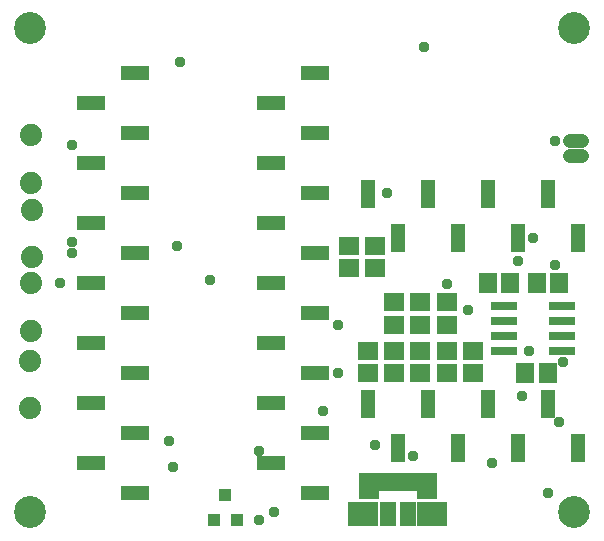
<source format=gbr>
G04 EAGLE Gerber RS-274X export*
G75*
%MOMM*%
%FSLAX34Y34*%
%LPD*%
%INSoldermask Bottom*%
%IPPOS*%
%AMOC8*
5,1,8,0,0,1.08239X$1,22.5*%
G01*
%ADD10C,2.703200*%
%ADD11C,1.879600*%
%ADD12C,1.211200*%
%ADD13R,1.219200X2.488200*%
%ADD14R,0.653200X1.583200*%
%ADD15R,1.678200X2.303200*%
%ADD16R,2.578200X2.103200*%
%ADD17R,1.378200X2.103200*%
%ADD18R,1.003200X1.103200*%
%ADD19R,2.488200X1.219200*%
%ADD20R,1.703200X1.503200*%
%ADD21R,2.184400X0.762000*%
%ADD22R,1.503200X1.703200*%
%ADD23C,0.959600*%


D10*
X0Y0D03*
X0Y-409575D03*
X460375Y-409575D03*
X460375Y0D03*
D11*
X575Y-90525D03*
X575Y-130525D03*
D12*
X457185Y-107850D02*
X467265Y-107850D01*
X467265Y-95350D02*
X457185Y-95350D01*
D13*
X285714Y-318100D03*
X311036Y-354983D03*
X336514Y-318100D03*
X361836Y-354983D03*
X387314Y-318100D03*
X412636Y-354983D03*
X438114Y-318100D03*
X463436Y-354983D03*
X285714Y-140300D03*
X311036Y-177183D03*
X336514Y-140300D03*
X361836Y-177183D03*
X387314Y-140300D03*
X412636Y-177183D03*
X438114Y-140300D03*
X463436Y-177183D03*
D11*
X1250Y-193575D03*
X1250Y-153575D03*
X575Y-215950D03*
X575Y-255950D03*
X75Y-321325D03*
X75Y-281325D03*
D14*
X324150Y-384175D03*
X317650Y-384175D03*
X311150Y-384175D03*
X304650Y-384175D03*
X298150Y-384175D03*
D15*
X335775Y-387775D03*
X286525Y-387775D03*
D16*
X340275Y-410775D03*
D17*
X319350Y-410775D03*
X302650Y-410775D03*
D16*
X282025Y-410775D03*
D18*
X174600Y-416400D03*
X155600Y-416400D03*
X165100Y-395400D03*
D19*
X88300Y-38064D03*
X51418Y-63386D03*
X88300Y-88864D03*
X51418Y-114186D03*
X88300Y-139664D03*
X51418Y-164986D03*
X88300Y-190464D03*
X51418Y-215786D03*
X88300Y-241264D03*
X51418Y-266586D03*
X88300Y-292064D03*
X51418Y-317386D03*
X88300Y-342864D03*
X51418Y-368186D03*
X88300Y-393664D03*
X240700Y-38064D03*
X203818Y-63386D03*
X240700Y-88864D03*
X203818Y-114186D03*
X240700Y-139664D03*
X203818Y-164986D03*
X240700Y-190464D03*
X203818Y-215786D03*
X240700Y-241264D03*
X203818Y-266586D03*
X240700Y-292064D03*
X203818Y-317386D03*
X240700Y-342864D03*
X203818Y-368186D03*
X240700Y-393664D03*
D20*
X352425Y-273075D03*
X352425Y-292075D03*
X307975Y-273075D03*
X307975Y-292075D03*
X307975Y-250800D03*
X307975Y-231800D03*
D21*
X400812Y-273050D03*
X400812Y-260350D03*
X400812Y-247650D03*
X400812Y-234950D03*
X450088Y-234950D03*
X450088Y-247650D03*
X450088Y-260350D03*
X450088Y-273050D03*
D20*
X330200Y-231800D03*
X330200Y-250800D03*
X330200Y-273075D03*
X330200Y-292075D03*
X285750Y-273075D03*
X285750Y-292075D03*
D22*
X406375Y-215900D03*
X387375Y-215900D03*
X419125Y-292100D03*
X438125Y-292100D03*
D20*
X352425Y-250800D03*
X352425Y-231800D03*
X374650Y-292075D03*
X374650Y-273075D03*
D22*
X447650Y-215900D03*
X428650Y-215900D03*
D20*
X269875Y-184175D03*
X269875Y-203175D03*
X292100Y-184175D03*
X292100Y-203175D03*
D23*
X260350Y-250825D03*
X260350Y-292100D03*
X370810Y-238125D03*
X292100Y-352425D03*
X447675Y-333375D03*
X352425Y-216356D03*
X425450Y-177800D03*
X323850Y-361950D03*
X117475Y-349250D03*
X193675Y-357824D03*
X206375Y-409575D03*
X120650Y-371475D03*
X444450Y-200075D03*
X422275Y-273050D03*
X301697Y-139628D03*
X333375Y-15875D03*
X193675Y-415925D03*
X34925Y-98425D03*
X34925Y-180975D03*
X34925Y-190500D03*
X25400Y-215900D03*
X127000Y-28575D03*
X247650Y-323850D03*
X390525Y-368300D03*
X438150Y-393700D03*
X152400Y-212725D03*
X123825Y-184150D03*
X450850Y-282575D03*
X444500Y-95250D03*
X415925Y-311150D03*
X412750Y-196850D03*
M02*

</source>
